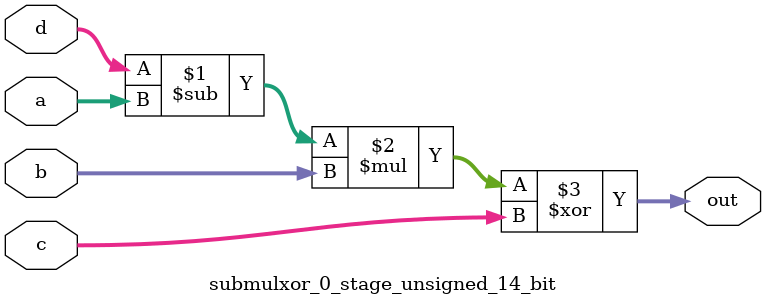
<source format=sv>
(* use_dsp = "yes" *) module submulxor_0_stage_unsigned_14_bit(
	input  [13:0] a,
	input  [13:0] b,
	input  [13:0] c,
	input  [13:0] d,
	output [13:0] out
	);

	assign out = ((d - a) * b) ^ c;
endmodule

</source>
